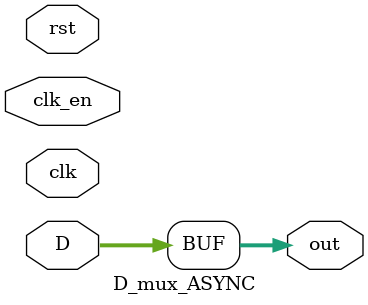
<source format=v>
module D_mux_ASYNC (D, clk, clk_en, rst, out);

parameter PARAM_REG = 0;
parameter WIDTH  = 18;
input [WIDTH-1:0] D;
input clk, clk_en, rst;
output reg [WIDTH-1:0] out;
reg [WIDTH-1:0] D_reg;


always @ (posedge clk or posedge rst) begin
    if (rst) begin
        D_reg <= 0;
    end
    else begin
        if (clk_en)
        D_reg <= D;
    end
end
always @(*) begin
    
    if (PARAM_REG) begin
        out = D_reg;
    end
    else begin
        out = D;
    end
end
endmodule




</source>
